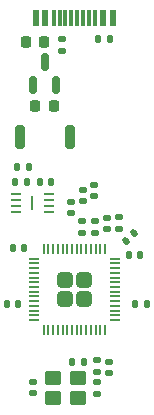
<source format=gbr>
%TF.GenerationSoftware,KiCad,Pcbnew,9.0.6*%
%TF.CreationDate,2025-12-04T10:49:31-05:00*%
%TF.ProjectId,Devboard,44657662-6f61-4726-942e-6b696361645f,rev?*%
%TF.SameCoordinates,Original*%
%TF.FileFunction,Paste,Top*%
%TF.FilePolarity,Positive*%
%FSLAX46Y46*%
G04 Gerber Fmt 4.6, Leading zero omitted, Abs format (unit mm)*
G04 Created by KiCad (PCBNEW 9.0.6) date 2025-12-04 10:49:31*
%MOMM*%
%LPD*%
G01*
G04 APERTURE LIST*
G04 Aperture macros list*
%AMRoundRect*
0 Rectangle with rounded corners*
0 $1 Rounding radius*
0 $2 $3 $4 $5 $6 $7 $8 $9 X,Y pos of 4 corners*
0 Add a 4 corners polygon primitive as box body*
4,1,4,$2,$3,$4,$5,$6,$7,$8,$9,$2,$3,0*
0 Add four circle primitives for the rounded corners*
1,1,$1+$1,$2,$3*
1,1,$1+$1,$4,$5*
1,1,$1+$1,$6,$7*
1,1,$1+$1,$8,$9*
0 Add four rect primitives between the rounded corners*
20,1,$1+$1,$2,$3,$4,$5,0*
20,1,$1+$1,$4,$5,$6,$7,0*
20,1,$1+$1,$6,$7,$8,$9,0*
20,1,$1+$1,$8,$9,$2,$3,0*%
G04 Aperture macros list end*
%ADD10RoundRect,0.135000X-0.185000X0.135000X-0.185000X-0.135000X0.185000X-0.135000X0.185000X0.135000X0*%
%ADD11RoundRect,0.150000X0.150000X-0.587500X0.150000X0.587500X-0.150000X0.587500X-0.150000X-0.587500X0*%
%ADD12RoundRect,0.225000X0.225000X0.250000X-0.225000X0.250000X-0.225000X-0.250000X0.225000X-0.250000X0*%
%ADD13RoundRect,0.140000X-0.170000X0.140000X-0.170000X-0.140000X0.170000X-0.140000X0.170000X0.140000X0*%
%ADD14RoundRect,0.135000X-0.135000X-0.185000X0.135000X-0.185000X0.135000X0.185000X-0.135000X0.185000X0*%
%ADD15RoundRect,0.040000X-0.040000X-0.605000X0.040000X-0.605000X0.040000X0.605000X-0.040000X0.605000X0*%
%ADD16RoundRect,0.062500X-0.387500X-0.062500X0.387500X-0.062500X0.387500X0.062500X-0.387500X0.062500X0*%
%ADD17RoundRect,0.050000X-0.050000X-0.387500X0.050000X-0.387500X0.050000X0.387500X-0.050000X0.387500X0*%
%ADD18RoundRect,0.050000X-0.387500X-0.050000X0.387500X-0.050000X0.387500X0.050000X-0.387500X0.050000X0*%
%ADD19RoundRect,0.249999X-0.395001X-0.395001X0.395001X-0.395001X0.395001X0.395001X-0.395001X0.395001X0*%
%ADD20RoundRect,0.250000X0.450000X0.350000X-0.450000X0.350000X-0.450000X-0.350000X0.450000X-0.350000X0*%
%ADD21RoundRect,0.200000X-0.200000X-0.800000X0.200000X-0.800000X0.200000X0.800000X-0.200000X0.800000X0*%
%ADD22RoundRect,0.135000X0.135000X0.185000X-0.135000X0.185000X-0.135000X-0.185000X0.135000X-0.185000X0*%
%ADD23RoundRect,0.135000X0.185000X-0.135000X0.185000X0.135000X-0.185000X0.135000X-0.185000X-0.135000X0*%
%ADD24RoundRect,0.140000X-0.140000X-0.170000X0.140000X-0.170000X0.140000X0.170000X-0.140000X0.170000X0*%
%ADD25RoundRect,0.140000X0.170000X-0.140000X0.170000X0.140000X-0.170000X0.140000X-0.170000X-0.140000X0*%
%ADD26RoundRect,0.140000X0.140000X0.170000X-0.140000X0.170000X-0.140000X-0.170000X0.140000X-0.170000X0*%
%ADD27RoundRect,0.140000X0.021213X-0.219203X0.219203X-0.021213X-0.021213X0.219203X-0.219203X0.021213X0*%
%ADD28R,0.600000X1.450000*%
%ADD29R,0.300000X1.450000*%
G04 APERTURE END LIST*
D10*
%TO.C,R3*%
X79375000Y-82822500D03*
X79375000Y-81802500D03*
%TD*%
D11*
%TO.C,U2*%
X76185000Y-68385000D03*
X77135000Y-70260000D03*
X75235000Y-70260000D03*
%TD*%
D12*
%TO.C,C14*%
X76150000Y-66650000D03*
X74600000Y-66650000D03*
%TD*%
%TO.C,C13*%
X76950000Y-72100000D03*
X75400000Y-72100000D03*
%TD*%
D13*
%TO.C,C10*%
X81650000Y-94680000D03*
X81650000Y-93720000D03*
%TD*%
%TO.C,C9*%
X80600000Y-94555000D03*
X80600000Y-93595000D03*
%TD*%
D14*
%TO.C,R5*%
X79485000Y-93725000D03*
X78465000Y-93725000D03*
%TD*%
D15*
%TO.C,U3*%
X75150000Y-80300000D03*
D16*
X73725000Y-79550000D03*
X73725000Y-80050000D03*
X73725000Y-80550000D03*
X73725000Y-81050000D03*
X76575000Y-81050000D03*
X76575000Y-80550000D03*
X76575000Y-80050000D03*
X76575000Y-79550000D03*
%TD*%
D17*
%TO.C,U1*%
X76100000Y-84162500D03*
X76500000Y-84162500D03*
X76900000Y-84162500D03*
X77300000Y-84162500D03*
X77700000Y-84162500D03*
X78100000Y-84162500D03*
X78500000Y-84162500D03*
X78900000Y-84162500D03*
X79300000Y-84162500D03*
X79700000Y-84162500D03*
X80100000Y-84162500D03*
X80500000Y-84162500D03*
X80900000Y-84162500D03*
X81300000Y-84162500D03*
D18*
X82137500Y-85000000D03*
X82137500Y-85400000D03*
X82137500Y-85800000D03*
X82137500Y-86200000D03*
X82137500Y-86600000D03*
X82137500Y-87000000D03*
X82137500Y-87400000D03*
X82137500Y-87800000D03*
X82137500Y-88200000D03*
X82137500Y-88600000D03*
X82137500Y-89000000D03*
X82137500Y-89400000D03*
X82137500Y-89800000D03*
X82137500Y-90200000D03*
D17*
X81300000Y-91037500D03*
X80900000Y-91037500D03*
X80500000Y-91037500D03*
X80100000Y-91037500D03*
X79700000Y-91037500D03*
X79300000Y-91037500D03*
X78900000Y-91037500D03*
X78500000Y-91037500D03*
X78100000Y-91037500D03*
X77700000Y-91037500D03*
X77300000Y-91037500D03*
X76900000Y-91037500D03*
X76500000Y-91037500D03*
X76100000Y-91037500D03*
D18*
X75262500Y-90200000D03*
X75262500Y-89800000D03*
X75262500Y-89400000D03*
X75262500Y-89000000D03*
X75262500Y-88600000D03*
X75262500Y-88200000D03*
X75262500Y-87800000D03*
X75262500Y-87400000D03*
X75262500Y-87000000D03*
X75262500Y-86600000D03*
X75262500Y-86200000D03*
X75262500Y-85800000D03*
X75262500Y-85400000D03*
X75262500Y-85000000D03*
D19*
X79500000Y-88400000D03*
X79500000Y-86800000D03*
X77900000Y-88400000D03*
X77900000Y-86800000D03*
%TD*%
D20*
%TO.C,Y1*%
X79050000Y-95100000D03*
X76850000Y-95100000D03*
X76850000Y-96800000D03*
X79050000Y-96800000D03*
%TD*%
D21*
%TO.C,SW1*%
X74125000Y-74725000D03*
X78325000Y-74725000D03*
%TD*%
D22*
%TO.C,R7*%
X74660000Y-78550000D03*
X73640000Y-78550000D03*
%TD*%
%TO.C,R6*%
X74860000Y-77275000D03*
X73840000Y-77275000D03*
%TD*%
D23*
%TO.C,R2*%
X77675000Y-67410000D03*
X77675000Y-66390000D03*
%TD*%
D22*
%TO.C,R1*%
X81760000Y-66400000D03*
X80740000Y-66400000D03*
%TD*%
D24*
%TO.C,C17*%
X83870000Y-88825000D03*
X84830000Y-88825000D03*
%TD*%
D13*
%TO.C,C16*%
X75200000Y-95420000D03*
X75200000Y-96380000D03*
%TD*%
D25*
%TO.C,C15*%
X80650000Y-96430000D03*
X80650000Y-95470000D03*
%TD*%
%TO.C,C12*%
X81475000Y-81570000D03*
X81475000Y-82530000D03*
%TD*%
%TO.C,C11*%
X78400000Y-81150000D03*
X78400000Y-80190000D03*
%TD*%
D26*
%TO.C,C8*%
X72995000Y-88850000D03*
X73955000Y-88850000D03*
%TD*%
D24*
%TO.C,C7*%
X83295000Y-84700000D03*
X84255000Y-84700000D03*
%TD*%
D25*
%TO.C,C6*%
X79425000Y-80155000D03*
X79425000Y-79195000D03*
%TD*%
D26*
%TO.C,C5*%
X74430000Y-84075000D03*
X73470000Y-84075000D03*
%TD*%
D25*
%TO.C,C4*%
X82500000Y-82475000D03*
X82500000Y-81515000D03*
%TD*%
%TO.C,C3*%
X80350000Y-79705000D03*
X80350000Y-78745000D03*
%TD*%
D26*
%TO.C,C2*%
X76755000Y-78550000D03*
X75795000Y-78550000D03*
%TD*%
D27*
%TO.C,C1*%
X83035589Y-83489411D03*
X83714411Y-82810589D03*
%TD*%
D28*
%TO.C,J1*%
X81950000Y-64645000D03*
X81150000Y-64645000D03*
D29*
X80450000Y-64645000D03*
X79450000Y-64645000D03*
X77950000Y-64645000D03*
X76950000Y-64645000D03*
D28*
X76250000Y-64645000D03*
X75450000Y-64645000D03*
X75450000Y-64645000D03*
X76250000Y-64645000D03*
D29*
X77450000Y-64645000D03*
X78450000Y-64645000D03*
X78950000Y-64645000D03*
X79950000Y-64645000D03*
D28*
X81150000Y-64645000D03*
X81950000Y-64645000D03*
%TD*%
D23*
%TO.C,R4*%
X80425000Y-82822500D03*
X80425000Y-81802500D03*
%TD*%
M02*

</source>
